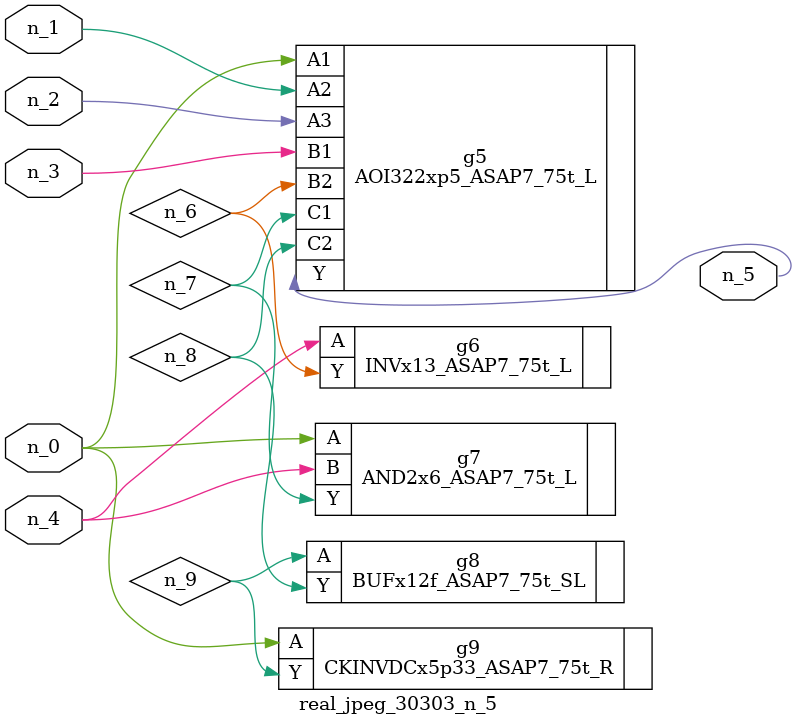
<source format=v>
module real_jpeg_30303_n_5 (n_4, n_0, n_1, n_2, n_3, n_5);

input n_4;
input n_0;
input n_1;
input n_2;
input n_3;

output n_5;

wire n_8;
wire n_6;
wire n_7;
wire n_9;

AOI322xp5_ASAP7_75t_L g5 ( 
.A1(n_0),
.A2(n_1),
.A3(n_2),
.B1(n_3),
.B2(n_6),
.C1(n_7),
.C2(n_8),
.Y(n_5)
);

AND2x6_ASAP7_75t_L g7 ( 
.A(n_0),
.B(n_4),
.Y(n_7)
);

CKINVDCx5p33_ASAP7_75t_R g9 ( 
.A(n_0),
.Y(n_9)
);

INVx13_ASAP7_75t_L g6 ( 
.A(n_4),
.Y(n_6)
);

BUFx12f_ASAP7_75t_SL g8 ( 
.A(n_9),
.Y(n_8)
);


endmodule
</source>
